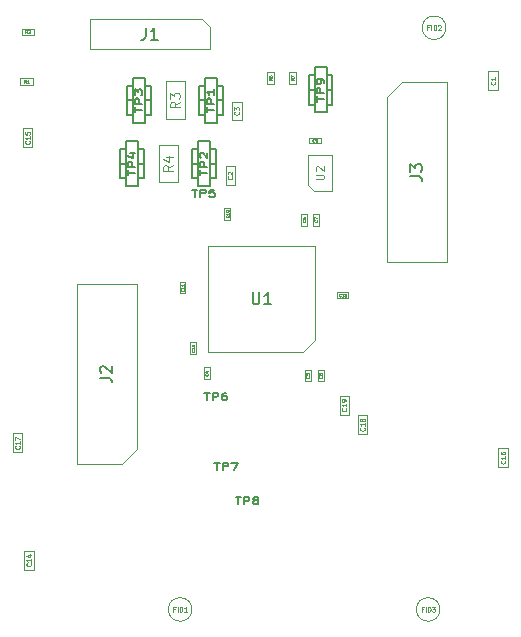
<source format=gbr>
%TF.GenerationSoftware,KiCad,Pcbnew,8.0.8-8.0.8-0~ubuntu22.04.1*%
%TF.CreationDate,2025-02-25T18:12:58-05:00*%
%TF.ProjectId,breakout-qfn,62726561-6b6f-4757-942d-71666e2e6b69,2.0*%
%TF.SameCoordinates,PX2b64660PY42c1d80*%
%TF.FileFunction,AssemblyDrawing,Top*%
%FSLAX46Y46*%
G04 Gerber Fmt 4.6, Leading zero omitted, Abs format (unit mm)*
G04 Created by KiCad (PCBNEW 8.0.8-8.0.8-0~ubuntu22.04.1) date 2025-02-25 18:12:58*
%MOMM*%
%LPD*%
G01*
G04 APERTURE LIST*
%ADD10C,0.040000*%
%ADD11C,0.135000*%
%ADD12C,0.150000*%
%ADD13C,0.060000*%
%ADD14C,0.105000*%
%ADD15C,0.120000*%
%ADD16C,0.100000*%
G04 APERTURE END LIST*
D10*
X74389765Y-48741666D02*
X74401670Y-48753570D01*
X74401670Y-48753570D02*
X74413574Y-48789285D01*
X74413574Y-48789285D02*
X74413574Y-48813094D01*
X74413574Y-48813094D02*
X74401670Y-48848808D01*
X74401670Y-48848808D02*
X74377860Y-48872618D01*
X74377860Y-48872618D02*
X74354050Y-48884523D01*
X74354050Y-48884523D02*
X74306431Y-48896427D01*
X74306431Y-48896427D02*
X74270717Y-48896427D01*
X74270717Y-48896427D02*
X74223098Y-48884523D01*
X74223098Y-48884523D02*
X74199289Y-48872618D01*
X74199289Y-48872618D02*
X74175479Y-48848808D01*
X74175479Y-48848808D02*
X74163574Y-48813094D01*
X74163574Y-48813094D02*
X74163574Y-48789285D01*
X74163574Y-48789285D02*
X74175479Y-48753570D01*
X74175479Y-48753570D02*
X74187384Y-48741666D01*
X74163574Y-48515475D02*
X74163574Y-48634523D01*
X74163574Y-48634523D02*
X74282622Y-48646427D01*
X74282622Y-48646427D02*
X74270717Y-48634523D01*
X74270717Y-48634523D02*
X74258812Y-48610713D01*
X74258812Y-48610713D02*
X74258812Y-48551189D01*
X74258812Y-48551189D02*
X74270717Y-48527380D01*
X74270717Y-48527380D02*
X74282622Y-48515475D01*
X74282622Y-48515475D02*
X74306431Y-48503570D01*
X74306431Y-48503570D02*
X74365955Y-48503570D01*
X74365955Y-48503570D02*
X74389765Y-48515475D01*
X74389765Y-48515475D02*
X74401670Y-48527380D01*
X74401670Y-48527380D02*
X74413574Y-48551189D01*
X74413574Y-48551189D02*
X74413574Y-48610713D01*
X74413574Y-48610713D02*
X74401670Y-48634523D01*
X74401670Y-48634523D02*
X74389765Y-48646427D01*
X65839765Y-48541666D02*
X65851670Y-48553570D01*
X65851670Y-48553570D02*
X65863574Y-48589285D01*
X65863574Y-48589285D02*
X65863574Y-48613094D01*
X65863574Y-48613094D02*
X65851670Y-48648808D01*
X65851670Y-48648808D02*
X65827860Y-48672618D01*
X65827860Y-48672618D02*
X65804050Y-48684523D01*
X65804050Y-48684523D02*
X65756431Y-48696427D01*
X65756431Y-48696427D02*
X65720717Y-48696427D01*
X65720717Y-48696427D02*
X65673098Y-48684523D01*
X65673098Y-48684523D02*
X65649289Y-48672618D01*
X65649289Y-48672618D02*
X65625479Y-48648808D01*
X65625479Y-48648808D02*
X65613574Y-48613094D01*
X65613574Y-48613094D02*
X65613574Y-48589285D01*
X65613574Y-48589285D02*
X65625479Y-48553570D01*
X65625479Y-48553570D02*
X65637384Y-48541666D01*
X65696908Y-48327380D02*
X65863574Y-48327380D01*
X65601670Y-48386904D02*
X65780241Y-48446427D01*
X65780241Y-48446427D02*
X65780241Y-48291666D01*
X75489765Y-48741666D02*
X75501670Y-48753570D01*
X75501670Y-48753570D02*
X75513574Y-48789285D01*
X75513574Y-48789285D02*
X75513574Y-48813094D01*
X75513574Y-48813094D02*
X75501670Y-48848808D01*
X75501670Y-48848808D02*
X75477860Y-48872618D01*
X75477860Y-48872618D02*
X75454050Y-48884523D01*
X75454050Y-48884523D02*
X75406431Y-48896427D01*
X75406431Y-48896427D02*
X75370717Y-48896427D01*
X75370717Y-48896427D02*
X75323098Y-48884523D01*
X75323098Y-48884523D02*
X75299289Y-48872618D01*
X75299289Y-48872618D02*
X75275479Y-48848808D01*
X75275479Y-48848808D02*
X75263574Y-48813094D01*
X75263574Y-48813094D02*
X75263574Y-48789285D01*
X75263574Y-48789285D02*
X75275479Y-48753570D01*
X75275479Y-48753570D02*
X75287384Y-48741666D01*
X75370717Y-48598808D02*
X75358812Y-48622618D01*
X75358812Y-48622618D02*
X75346908Y-48634523D01*
X75346908Y-48634523D02*
X75323098Y-48646427D01*
X75323098Y-48646427D02*
X75311193Y-48646427D01*
X75311193Y-48646427D02*
X75287384Y-48634523D01*
X75287384Y-48634523D02*
X75275479Y-48622618D01*
X75275479Y-48622618D02*
X75263574Y-48598808D01*
X75263574Y-48598808D02*
X75263574Y-48551189D01*
X75263574Y-48551189D02*
X75275479Y-48527380D01*
X75275479Y-48527380D02*
X75287384Y-48515475D01*
X75287384Y-48515475D02*
X75311193Y-48503570D01*
X75311193Y-48503570D02*
X75323098Y-48503570D01*
X75323098Y-48503570D02*
X75346908Y-48515475D01*
X75346908Y-48515475D02*
X75358812Y-48527380D01*
X75358812Y-48527380D02*
X75370717Y-48551189D01*
X75370717Y-48551189D02*
X75370717Y-48598808D01*
X75370717Y-48598808D02*
X75382622Y-48622618D01*
X75382622Y-48622618D02*
X75394527Y-48634523D01*
X75394527Y-48634523D02*
X75418336Y-48646427D01*
X75418336Y-48646427D02*
X75465955Y-48646427D01*
X75465955Y-48646427D02*
X75489765Y-48634523D01*
X75489765Y-48634523D02*
X75501670Y-48622618D01*
X75501670Y-48622618D02*
X75513574Y-48598808D01*
X75513574Y-48598808D02*
X75513574Y-48551189D01*
X75513574Y-48551189D02*
X75501670Y-48527380D01*
X75501670Y-48527380D02*
X75489765Y-48515475D01*
X75489765Y-48515475D02*
X75465955Y-48503570D01*
X75465955Y-48503570D02*
X75418336Y-48503570D01*
X75418336Y-48503570D02*
X75394527Y-48515475D01*
X75394527Y-48515475D02*
X75382622Y-48527380D01*
X75382622Y-48527380D02*
X75370717Y-48551189D01*
X74089765Y-35541666D02*
X74101670Y-35553570D01*
X74101670Y-35553570D02*
X74113574Y-35589285D01*
X74113574Y-35589285D02*
X74113574Y-35613094D01*
X74113574Y-35613094D02*
X74101670Y-35648808D01*
X74101670Y-35648808D02*
X74077860Y-35672618D01*
X74077860Y-35672618D02*
X74054050Y-35684523D01*
X74054050Y-35684523D02*
X74006431Y-35696427D01*
X74006431Y-35696427D02*
X73970717Y-35696427D01*
X73970717Y-35696427D02*
X73923098Y-35684523D01*
X73923098Y-35684523D02*
X73899289Y-35672618D01*
X73899289Y-35672618D02*
X73875479Y-35648808D01*
X73875479Y-35648808D02*
X73863574Y-35613094D01*
X73863574Y-35613094D02*
X73863574Y-35589285D01*
X73863574Y-35589285D02*
X73875479Y-35553570D01*
X73875479Y-35553570D02*
X73887384Y-35541666D01*
X73863574Y-35327380D02*
X73863574Y-35374999D01*
X73863574Y-35374999D02*
X73875479Y-35398808D01*
X73875479Y-35398808D02*
X73887384Y-35410713D01*
X73887384Y-35410713D02*
X73923098Y-35434523D01*
X73923098Y-35434523D02*
X73970717Y-35446427D01*
X73970717Y-35446427D02*
X74065955Y-35446427D01*
X74065955Y-35446427D02*
X74089765Y-35434523D01*
X74089765Y-35434523D02*
X74101670Y-35422618D01*
X74101670Y-35422618D02*
X74113574Y-35398808D01*
X74113574Y-35398808D02*
X74113574Y-35351189D01*
X74113574Y-35351189D02*
X74101670Y-35327380D01*
X74101670Y-35327380D02*
X74089765Y-35315475D01*
X74089765Y-35315475D02*
X74065955Y-35303570D01*
X74065955Y-35303570D02*
X74006431Y-35303570D01*
X74006431Y-35303570D02*
X73982622Y-35315475D01*
X73982622Y-35315475D02*
X73970717Y-35327380D01*
X73970717Y-35327380D02*
X73958812Y-35351189D01*
X73958812Y-35351189D02*
X73958812Y-35398808D01*
X73958812Y-35398808D02*
X73970717Y-35422618D01*
X73970717Y-35422618D02*
X73982622Y-35434523D01*
X73982622Y-35434523D02*
X74006431Y-35446427D01*
X67589765Y-35160714D02*
X67601670Y-35172618D01*
X67601670Y-35172618D02*
X67613574Y-35208333D01*
X67613574Y-35208333D02*
X67613574Y-35232142D01*
X67613574Y-35232142D02*
X67601670Y-35267856D01*
X67601670Y-35267856D02*
X67577860Y-35291666D01*
X67577860Y-35291666D02*
X67554050Y-35303571D01*
X67554050Y-35303571D02*
X67506431Y-35315475D01*
X67506431Y-35315475D02*
X67470717Y-35315475D01*
X67470717Y-35315475D02*
X67423098Y-35303571D01*
X67423098Y-35303571D02*
X67399289Y-35291666D01*
X67399289Y-35291666D02*
X67375479Y-35267856D01*
X67375479Y-35267856D02*
X67363574Y-35232142D01*
X67363574Y-35232142D02*
X67363574Y-35208333D01*
X67363574Y-35208333D02*
X67375479Y-35172618D01*
X67375479Y-35172618D02*
X67387384Y-35160714D01*
X67613574Y-34922618D02*
X67613574Y-35065475D01*
X67613574Y-34994047D02*
X67363574Y-34994047D01*
X67363574Y-34994047D02*
X67399289Y-35017856D01*
X67399289Y-35017856D02*
X67423098Y-35041666D01*
X67423098Y-35041666D02*
X67435003Y-35065475D01*
X67363574Y-34767857D02*
X67363574Y-34744047D01*
X67363574Y-34744047D02*
X67375479Y-34720238D01*
X67375479Y-34720238D02*
X67387384Y-34708333D01*
X67387384Y-34708333D02*
X67411193Y-34696428D01*
X67411193Y-34696428D02*
X67458812Y-34684523D01*
X67458812Y-34684523D02*
X67518336Y-34684523D01*
X67518336Y-34684523D02*
X67565955Y-34696428D01*
X67565955Y-34696428D02*
X67589765Y-34708333D01*
X67589765Y-34708333D02*
X67601670Y-34720238D01*
X67601670Y-34720238D02*
X67613574Y-34744047D01*
X67613574Y-34744047D02*
X67613574Y-34767857D01*
X67613574Y-34767857D02*
X67601670Y-34791666D01*
X67601670Y-34791666D02*
X67589765Y-34803571D01*
X67589765Y-34803571D02*
X67565955Y-34815476D01*
X67565955Y-34815476D02*
X67518336Y-34827380D01*
X67518336Y-34827380D02*
X67458812Y-34827380D01*
X67458812Y-34827380D02*
X67411193Y-34815476D01*
X67411193Y-34815476D02*
X67387384Y-34803571D01*
X67387384Y-34803571D02*
X67375479Y-34791666D01*
X67375479Y-34791666D02*
X67363574Y-34767857D01*
X77089285Y-41989765D02*
X77077381Y-42001670D01*
X77077381Y-42001670D02*
X77041666Y-42013574D01*
X77041666Y-42013574D02*
X77017857Y-42013574D01*
X77017857Y-42013574D02*
X76982143Y-42001670D01*
X76982143Y-42001670D02*
X76958333Y-41977860D01*
X76958333Y-41977860D02*
X76946428Y-41954050D01*
X76946428Y-41954050D02*
X76934524Y-41906431D01*
X76934524Y-41906431D02*
X76934524Y-41870717D01*
X76934524Y-41870717D02*
X76946428Y-41823098D01*
X76946428Y-41823098D02*
X76958333Y-41799289D01*
X76958333Y-41799289D02*
X76982143Y-41775479D01*
X76982143Y-41775479D02*
X77017857Y-41763574D01*
X77017857Y-41763574D02*
X77041666Y-41763574D01*
X77041666Y-41763574D02*
X77077381Y-41775479D01*
X77077381Y-41775479D02*
X77089285Y-41787384D01*
X77327381Y-42013574D02*
X77184524Y-42013574D01*
X77255952Y-42013574D02*
X77255952Y-41763574D01*
X77255952Y-41763574D02*
X77232143Y-41799289D01*
X77232143Y-41799289D02*
X77208333Y-41823098D01*
X77208333Y-41823098D02*
X77184524Y-41835003D01*
X77410714Y-41763574D02*
X77565476Y-41763574D01*
X77565476Y-41763574D02*
X77482142Y-41858812D01*
X77482142Y-41858812D02*
X77517857Y-41858812D01*
X77517857Y-41858812D02*
X77541666Y-41870717D01*
X77541666Y-41870717D02*
X77553571Y-41882622D01*
X77553571Y-41882622D02*
X77565476Y-41906431D01*
X77565476Y-41906431D02*
X77565476Y-41965955D01*
X77565476Y-41965955D02*
X77553571Y-41989765D01*
X77553571Y-41989765D02*
X77541666Y-42001670D01*
X77541666Y-42001670D02*
X77517857Y-42013574D01*
X77517857Y-42013574D02*
X77446428Y-42013574D01*
X77446428Y-42013574D02*
X77422619Y-42001670D01*
X77422619Y-42001670D02*
X77410714Y-41989765D01*
D11*
X59670551Y-26409523D02*
X59670551Y-25952380D01*
X60270551Y-26180952D02*
X59670551Y-26180952D01*
X60270551Y-25685713D02*
X59670551Y-25685713D01*
X59670551Y-25685713D02*
X59670551Y-25380951D01*
X59670551Y-25380951D02*
X59699122Y-25304761D01*
X59699122Y-25304761D02*
X59727694Y-25266666D01*
X59727694Y-25266666D02*
X59784837Y-25228570D01*
X59784837Y-25228570D02*
X59870551Y-25228570D01*
X59870551Y-25228570D02*
X59927694Y-25266666D01*
X59927694Y-25266666D02*
X59956265Y-25304761D01*
X59956265Y-25304761D02*
X59984837Y-25380951D01*
X59984837Y-25380951D02*
X59984837Y-25685713D01*
X59670551Y-24961904D02*
X59670551Y-24466666D01*
X59670551Y-24466666D02*
X59899122Y-24733332D01*
X59899122Y-24733332D02*
X59899122Y-24619047D01*
X59899122Y-24619047D02*
X59927694Y-24542856D01*
X59927694Y-24542856D02*
X59956265Y-24504761D01*
X59956265Y-24504761D02*
X60013408Y-24466666D01*
X60013408Y-24466666D02*
X60156265Y-24466666D01*
X60156265Y-24466666D02*
X60213408Y-24504761D01*
X60213408Y-24504761D02*
X60241980Y-24542856D01*
X60241980Y-24542856D02*
X60270551Y-24619047D01*
X60270551Y-24619047D02*
X60270551Y-24847618D01*
X60270551Y-24847618D02*
X60241980Y-24923809D01*
X60241980Y-24923809D02*
X60213408Y-24961904D01*
X65170551Y-31759523D02*
X65170551Y-31302380D01*
X65770551Y-31530952D02*
X65170551Y-31530952D01*
X65770551Y-31035713D02*
X65170551Y-31035713D01*
X65170551Y-31035713D02*
X65170551Y-30730951D01*
X65170551Y-30730951D02*
X65199122Y-30654761D01*
X65199122Y-30654761D02*
X65227694Y-30616666D01*
X65227694Y-30616666D02*
X65284837Y-30578570D01*
X65284837Y-30578570D02*
X65370551Y-30578570D01*
X65370551Y-30578570D02*
X65427694Y-30616666D01*
X65427694Y-30616666D02*
X65456265Y-30654761D01*
X65456265Y-30654761D02*
X65484837Y-30730951D01*
X65484837Y-30730951D02*
X65484837Y-31035713D01*
X65227694Y-30273809D02*
X65199122Y-30235713D01*
X65199122Y-30235713D02*
X65170551Y-30159523D01*
X65170551Y-30159523D02*
X65170551Y-29969047D01*
X65170551Y-29969047D02*
X65199122Y-29892856D01*
X65199122Y-29892856D02*
X65227694Y-29854761D01*
X65227694Y-29854761D02*
X65284837Y-29816666D01*
X65284837Y-29816666D02*
X65341980Y-29816666D01*
X65341980Y-29816666D02*
X65427694Y-29854761D01*
X65427694Y-29854761D02*
X65770551Y-30311904D01*
X65770551Y-30311904D02*
X65770551Y-29816666D01*
D12*
X82974819Y-31813333D02*
X83689104Y-31813333D01*
X83689104Y-31813333D02*
X83831961Y-31860952D01*
X83831961Y-31860952D02*
X83927200Y-31956190D01*
X83927200Y-31956190D02*
X83974819Y-32099047D01*
X83974819Y-32099047D02*
X83974819Y-32194285D01*
X82974819Y-31432380D02*
X82974819Y-30813333D01*
X82974819Y-30813333D02*
X83355771Y-31146666D01*
X83355771Y-31146666D02*
X83355771Y-31003809D01*
X83355771Y-31003809D02*
X83403390Y-30908571D01*
X83403390Y-30908571D02*
X83451009Y-30860952D01*
X83451009Y-30860952D02*
X83546247Y-30813333D01*
X83546247Y-30813333D02*
X83784342Y-30813333D01*
X83784342Y-30813333D02*
X83879580Y-30860952D01*
X83879580Y-30860952D02*
X83927200Y-30908571D01*
X83927200Y-30908571D02*
X83974819Y-31003809D01*
X83974819Y-31003809D02*
X83974819Y-31289523D01*
X83974819Y-31289523D02*
X83927200Y-31384761D01*
X83927200Y-31384761D02*
X83879580Y-31432380D01*
D13*
X77543832Y-51457142D02*
X77562880Y-51476190D01*
X77562880Y-51476190D02*
X77581927Y-51533332D01*
X77581927Y-51533332D02*
X77581927Y-51571428D01*
X77581927Y-51571428D02*
X77562880Y-51628571D01*
X77562880Y-51628571D02*
X77524784Y-51666666D01*
X77524784Y-51666666D02*
X77486689Y-51685713D01*
X77486689Y-51685713D02*
X77410499Y-51704761D01*
X77410499Y-51704761D02*
X77353356Y-51704761D01*
X77353356Y-51704761D02*
X77277165Y-51685713D01*
X77277165Y-51685713D02*
X77239070Y-51666666D01*
X77239070Y-51666666D02*
X77200975Y-51628571D01*
X77200975Y-51628571D02*
X77181927Y-51571428D01*
X77181927Y-51571428D02*
X77181927Y-51533332D01*
X77181927Y-51533332D02*
X77200975Y-51476190D01*
X77200975Y-51476190D02*
X77220022Y-51457142D01*
X77581927Y-51076190D02*
X77581927Y-51304761D01*
X77581927Y-51190475D02*
X77181927Y-51190475D01*
X77181927Y-51190475D02*
X77239070Y-51228571D01*
X77239070Y-51228571D02*
X77277165Y-51266666D01*
X77277165Y-51266666D02*
X77296213Y-51304761D01*
X77581927Y-50885714D02*
X77581927Y-50809523D01*
X77581927Y-50809523D02*
X77562880Y-50771428D01*
X77562880Y-50771428D02*
X77543832Y-50752380D01*
X77543832Y-50752380D02*
X77486689Y-50714285D01*
X77486689Y-50714285D02*
X77410499Y-50695238D01*
X77410499Y-50695238D02*
X77258118Y-50695238D01*
X77258118Y-50695238D02*
X77220022Y-50714285D01*
X77220022Y-50714285D02*
X77200975Y-50733333D01*
X77200975Y-50733333D02*
X77181927Y-50771428D01*
X77181927Y-50771428D02*
X77181927Y-50847619D01*
X77181927Y-50847619D02*
X77200975Y-50885714D01*
X77200975Y-50885714D02*
X77220022Y-50904761D01*
X77220022Y-50904761D02*
X77258118Y-50923809D01*
X77258118Y-50923809D02*
X77353356Y-50923809D01*
X77353356Y-50923809D02*
X77391451Y-50904761D01*
X77391451Y-50904761D02*
X77410499Y-50885714D01*
X77410499Y-50885714D02*
X77429546Y-50847619D01*
X77429546Y-50847619D02*
X77429546Y-50771428D01*
X77429546Y-50771428D02*
X77410499Y-50733333D01*
X77410499Y-50733333D02*
X77391451Y-50714285D01*
X77391451Y-50714285D02*
X77353356Y-50695238D01*
D12*
X56724819Y-48893333D02*
X57439104Y-48893333D01*
X57439104Y-48893333D02*
X57581961Y-48940952D01*
X57581961Y-48940952D02*
X57677200Y-49036190D01*
X57677200Y-49036190D02*
X57724819Y-49179047D01*
X57724819Y-49179047D02*
X57724819Y-49274285D01*
X56820057Y-48464761D02*
X56772438Y-48417142D01*
X56772438Y-48417142D02*
X56724819Y-48321904D01*
X56724819Y-48321904D02*
X56724819Y-48083809D01*
X56724819Y-48083809D02*
X56772438Y-47988571D01*
X56772438Y-47988571D02*
X56820057Y-47940952D01*
X56820057Y-47940952D02*
X56915295Y-47893333D01*
X56915295Y-47893333D02*
X57010533Y-47893333D01*
X57010533Y-47893333D02*
X57153390Y-47940952D01*
X57153390Y-47940952D02*
X57724819Y-48512380D01*
X57724819Y-48512380D02*
X57724819Y-47893333D01*
D10*
X75089765Y-35541666D02*
X75101670Y-35553570D01*
X75101670Y-35553570D02*
X75113574Y-35589285D01*
X75113574Y-35589285D02*
X75113574Y-35613094D01*
X75113574Y-35613094D02*
X75101670Y-35648808D01*
X75101670Y-35648808D02*
X75077860Y-35672618D01*
X75077860Y-35672618D02*
X75054050Y-35684523D01*
X75054050Y-35684523D02*
X75006431Y-35696427D01*
X75006431Y-35696427D02*
X74970717Y-35696427D01*
X74970717Y-35696427D02*
X74923098Y-35684523D01*
X74923098Y-35684523D02*
X74899289Y-35672618D01*
X74899289Y-35672618D02*
X74875479Y-35648808D01*
X74875479Y-35648808D02*
X74863574Y-35613094D01*
X74863574Y-35613094D02*
X74863574Y-35589285D01*
X74863574Y-35589285D02*
X74875479Y-35553570D01*
X74875479Y-35553570D02*
X74887384Y-35541666D01*
X74863574Y-35458332D02*
X74863574Y-35291666D01*
X74863574Y-35291666D02*
X75113574Y-35398808D01*
D12*
X68190476Y-58969771D02*
X68647619Y-58969771D01*
X68419047Y-59569771D02*
X68419047Y-58969771D01*
X68914286Y-59569771D02*
X68914286Y-58969771D01*
X68914286Y-58969771D02*
X69219048Y-58969771D01*
X69219048Y-58969771D02*
X69295238Y-58998342D01*
X69295238Y-58998342D02*
X69333333Y-59026914D01*
X69333333Y-59026914D02*
X69371429Y-59084057D01*
X69371429Y-59084057D02*
X69371429Y-59169771D01*
X69371429Y-59169771D02*
X69333333Y-59226914D01*
X69333333Y-59226914D02*
X69295238Y-59255485D01*
X69295238Y-59255485D02*
X69219048Y-59284057D01*
X69219048Y-59284057D02*
X68914286Y-59284057D01*
X69828571Y-59226914D02*
X69752381Y-59198342D01*
X69752381Y-59198342D02*
X69714286Y-59169771D01*
X69714286Y-59169771D02*
X69676190Y-59112628D01*
X69676190Y-59112628D02*
X69676190Y-59084057D01*
X69676190Y-59084057D02*
X69714286Y-59026914D01*
X69714286Y-59026914D02*
X69752381Y-58998342D01*
X69752381Y-58998342D02*
X69828571Y-58969771D01*
X69828571Y-58969771D02*
X69980952Y-58969771D01*
X69980952Y-58969771D02*
X70057143Y-58998342D01*
X70057143Y-58998342D02*
X70095238Y-59026914D01*
X70095238Y-59026914D02*
X70133333Y-59084057D01*
X70133333Y-59084057D02*
X70133333Y-59112628D01*
X70133333Y-59112628D02*
X70095238Y-59169771D01*
X70095238Y-59169771D02*
X70057143Y-59198342D01*
X70057143Y-59198342D02*
X69980952Y-59226914D01*
X69980952Y-59226914D02*
X69828571Y-59226914D01*
X69828571Y-59226914D02*
X69752381Y-59255485D01*
X69752381Y-59255485D02*
X69714286Y-59284057D01*
X69714286Y-59284057D02*
X69676190Y-59341200D01*
X69676190Y-59341200D02*
X69676190Y-59455485D01*
X69676190Y-59455485D02*
X69714286Y-59512628D01*
X69714286Y-59512628D02*
X69752381Y-59541200D01*
X69752381Y-59541200D02*
X69828571Y-59569771D01*
X69828571Y-59569771D02*
X69980952Y-59569771D01*
X69980952Y-59569771D02*
X70057143Y-59541200D01*
X70057143Y-59541200D02*
X70095238Y-59512628D01*
X70095238Y-59512628D02*
X70133333Y-59455485D01*
X70133333Y-59455485D02*
X70133333Y-59341200D01*
X70133333Y-59341200D02*
X70095238Y-59284057D01*
X70095238Y-59284057D02*
X70057143Y-59255485D01*
X70057143Y-59255485D02*
X69980952Y-59226914D01*
D10*
X50456667Y-23918200D02*
X50370000Y-23794391D01*
X50308095Y-23918200D02*
X50308095Y-23658200D01*
X50308095Y-23658200D02*
X50407143Y-23658200D01*
X50407143Y-23658200D02*
X50431905Y-23670581D01*
X50431905Y-23670581D02*
X50444286Y-23682962D01*
X50444286Y-23682962D02*
X50456667Y-23707724D01*
X50456667Y-23707724D02*
X50456667Y-23744867D01*
X50456667Y-23744867D02*
X50444286Y-23769629D01*
X50444286Y-23769629D02*
X50431905Y-23782010D01*
X50431905Y-23782010D02*
X50407143Y-23794391D01*
X50407143Y-23794391D02*
X50308095Y-23794391D01*
X50704286Y-23918200D02*
X50555714Y-23918200D01*
X50630000Y-23918200D02*
X50630000Y-23658200D01*
X50630000Y-23658200D02*
X50605238Y-23695343D01*
X50605238Y-23695343D02*
X50580476Y-23720105D01*
X50580476Y-23720105D02*
X50555714Y-23732486D01*
D13*
X84571429Y-19222403D02*
X84438096Y-19222403D01*
X84438096Y-19431927D02*
X84438096Y-19031927D01*
X84438096Y-19031927D02*
X84628572Y-19031927D01*
X84780953Y-19431927D02*
X84780953Y-19031927D01*
X84971429Y-19431927D02*
X84971429Y-19031927D01*
X84971429Y-19031927D02*
X85066667Y-19031927D01*
X85066667Y-19031927D02*
X85123810Y-19050975D01*
X85123810Y-19050975D02*
X85161905Y-19089070D01*
X85161905Y-19089070D02*
X85180952Y-19127165D01*
X85180952Y-19127165D02*
X85200000Y-19203356D01*
X85200000Y-19203356D02*
X85200000Y-19260499D01*
X85200000Y-19260499D02*
X85180952Y-19336689D01*
X85180952Y-19336689D02*
X85161905Y-19374784D01*
X85161905Y-19374784D02*
X85123810Y-19412880D01*
X85123810Y-19412880D02*
X85066667Y-19431927D01*
X85066667Y-19431927D02*
X84971429Y-19431927D01*
X85352381Y-19070022D02*
X85371429Y-19050975D01*
X85371429Y-19050975D02*
X85409524Y-19031927D01*
X85409524Y-19031927D02*
X85504762Y-19031927D01*
X85504762Y-19031927D02*
X85542857Y-19050975D01*
X85542857Y-19050975D02*
X85561905Y-19070022D01*
X85561905Y-19070022D02*
X85580952Y-19108118D01*
X85580952Y-19108118D02*
X85580952Y-19146213D01*
X85580952Y-19146213D02*
X85561905Y-19203356D01*
X85561905Y-19203356D02*
X85333333Y-19431927D01*
X85333333Y-19431927D02*
X85580952Y-19431927D01*
X50843832Y-64607142D02*
X50862880Y-64626190D01*
X50862880Y-64626190D02*
X50881927Y-64683332D01*
X50881927Y-64683332D02*
X50881927Y-64721428D01*
X50881927Y-64721428D02*
X50862880Y-64778571D01*
X50862880Y-64778571D02*
X50824784Y-64816666D01*
X50824784Y-64816666D02*
X50786689Y-64835713D01*
X50786689Y-64835713D02*
X50710499Y-64854761D01*
X50710499Y-64854761D02*
X50653356Y-64854761D01*
X50653356Y-64854761D02*
X50577165Y-64835713D01*
X50577165Y-64835713D02*
X50539070Y-64816666D01*
X50539070Y-64816666D02*
X50500975Y-64778571D01*
X50500975Y-64778571D02*
X50481927Y-64721428D01*
X50481927Y-64721428D02*
X50481927Y-64683332D01*
X50481927Y-64683332D02*
X50500975Y-64626190D01*
X50500975Y-64626190D02*
X50520022Y-64607142D01*
X50881927Y-64226190D02*
X50881927Y-64454761D01*
X50881927Y-64340475D02*
X50481927Y-64340475D01*
X50481927Y-64340475D02*
X50539070Y-64378571D01*
X50539070Y-64378571D02*
X50577165Y-64416666D01*
X50577165Y-64416666D02*
X50596213Y-64454761D01*
X50615260Y-63883333D02*
X50881927Y-63883333D01*
X50462880Y-63978571D02*
X50748594Y-64073809D01*
X50748594Y-64073809D02*
X50748594Y-63826190D01*
X67893832Y-31816666D02*
X67912880Y-31835714D01*
X67912880Y-31835714D02*
X67931927Y-31892856D01*
X67931927Y-31892856D02*
X67931927Y-31930952D01*
X67931927Y-31930952D02*
X67912880Y-31988095D01*
X67912880Y-31988095D02*
X67874784Y-32026190D01*
X67874784Y-32026190D02*
X67836689Y-32045237D01*
X67836689Y-32045237D02*
X67760499Y-32064285D01*
X67760499Y-32064285D02*
X67703356Y-32064285D01*
X67703356Y-32064285D02*
X67627165Y-32045237D01*
X67627165Y-32045237D02*
X67589070Y-32026190D01*
X67589070Y-32026190D02*
X67550975Y-31988095D01*
X67550975Y-31988095D02*
X67531927Y-31930952D01*
X67531927Y-31930952D02*
X67531927Y-31892856D01*
X67531927Y-31892856D02*
X67550975Y-31835714D01*
X67550975Y-31835714D02*
X67570022Y-31816666D01*
X67570022Y-31664285D02*
X67550975Y-31645237D01*
X67550975Y-31645237D02*
X67531927Y-31607142D01*
X67531927Y-31607142D02*
X67531927Y-31511904D01*
X67531927Y-31511904D02*
X67550975Y-31473809D01*
X67550975Y-31473809D02*
X67570022Y-31454761D01*
X67570022Y-31454761D02*
X67608118Y-31435714D01*
X67608118Y-31435714D02*
X67646213Y-31435714D01*
X67646213Y-31435714D02*
X67703356Y-31454761D01*
X67703356Y-31454761D02*
X67931927Y-31683333D01*
X67931927Y-31683333D02*
X67931927Y-31435714D01*
D12*
X69638095Y-41654819D02*
X69638095Y-42464342D01*
X69638095Y-42464342D02*
X69685714Y-42559580D01*
X69685714Y-42559580D02*
X69733333Y-42607200D01*
X69733333Y-42607200D02*
X69828571Y-42654819D01*
X69828571Y-42654819D02*
X70019047Y-42654819D01*
X70019047Y-42654819D02*
X70114285Y-42607200D01*
X70114285Y-42607200D02*
X70161904Y-42559580D01*
X70161904Y-42559580D02*
X70209523Y-42464342D01*
X70209523Y-42464342D02*
X70209523Y-41654819D01*
X71209523Y-42654819D02*
X70638095Y-42654819D01*
X70923809Y-42654819D02*
X70923809Y-41654819D01*
X70923809Y-41654819D02*
X70828571Y-41797676D01*
X70828571Y-41797676D02*
X70733333Y-41892914D01*
X70733333Y-41892914D02*
X70638095Y-41940533D01*
X66390476Y-56069771D02*
X66847619Y-56069771D01*
X66619047Y-56669771D02*
X66619047Y-56069771D01*
X67114286Y-56669771D02*
X67114286Y-56069771D01*
X67114286Y-56069771D02*
X67419048Y-56069771D01*
X67419048Y-56069771D02*
X67495238Y-56098342D01*
X67495238Y-56098342D02*
X67533333Y-56126914D01*
X67533333Y-56126914D02*
X67571429Y-56184057D01*
X67571429Y-56184057D02*
X67571429Y-56269771D01*
X67571429Y-56269771D02*
X67533333Y-56326914D01*
X67533333Y-56326914D02*
X67495238Y-56355485D01*
X67495238Y-56355485D02*
X67419048Y-56384057D01*
X67419048Y-56384057D02*
X67114286Y-56384057D01*
X67838095Y-56069771D02*
X68371429Y-56069771D01*
X68371429Y-56069771D02*
X68028571Y-56669771D01*
D14*
X74968373Y-32083333D02*
X75535040Y-32083333D01*
X75535040Y-32083333D02*
X75601706Y-32050000D01*
X75601706Y-32050000D02*
X75635040Y-32016666D01*
X75635040Y-32016666D02*
X75668373Y-31950000D01*
X75668373Y-31950000D02*
X75668373Y-31816666D01*
X75668373Y-31816666D02*
X75635040Y-31750000D01*
X75635040Y-31750000D02*
X75601706Y-31716666D01*
X75601706Y-31716666D02*
X75535040Y-31683333D01*
X75535040Y-31683333D02*
X74968373Y-31683333D01*
X75035040Y-31383333D02*
X75001706Y-31350000D01*
X75001706Y-31350000D02*
X74968373Y-31283333D01*
X74968373Y-31283333D02*
X74968373Y-31116667D01*
X74968373Y-31116667D02*
X75001706Y-31050000D01*
X75001706Y-31050000D02*
X75035040Y-31016667D01*
X75035040Y-31016667D02*
X75101706Y-30983333D01*
X75101706Y-30983333D02*
X75168373Y-30983333D01*
X75168373Y-30983333D02*
X75268373Y-31016667D01*
X75268373Y-31016667D02*
X75668373Y-31416667D01*
X75668373Y-31416667D02*
X75668373Y-30983333D01*
D13*
X63071429Y-68472403D02*
X62938096Y-68472403D01*
X62938096Y-68681927D02*
X62938096Y-68281927D01*
X62938096Y-68281927D02*
X63128572Y-68281927D01*
X63280953Y-68681927D02*
X63280953Y-68281927D01*
X63471429Y-68681927D02*
X63471429Y-68281927D01*
X63471429Y-68281927D02*
X63566667Y-68281927D01*
X63566667Y-68281927D02*
X63623810Y-68300975D01*
X63623810Y-68300975D02*
X63661905Y-68339070D01*
X63661905Y-68339070D02*
X63680952Y-68377165D01*
X63680952Y-68377165D02*
X63700000Y-68453356D01*
X63700000Y-68453356D02*
X63700000Y-68510499D01*
X63700000Y-68510499D02*
X63680952Y-68586689D01*
X63680952Y-68586689D02*
X63661905Y-68624784D01*
X63661905Y-68624784D02*
X63623810Y-68662880D01*
X63623810Y-68662880D02*
X63566667Y-68681927D01*
X63566667Y-68681927D02*
X63471429Y-68681927D01*
X64080952Y-68681927D02*
X63852381Y-68681927D01*
X63966667Y-68681927D02*
X63966667Y-68281927D01*
X63966667Y-68281927D02*
X63928571Y-68339070D01*
X63928571Y-68339070D02*
X63890476Y-68377165D01*
X63890476Y-68377165D02*
X63852381Y-68396213D01*
D15*
X63463855Y-25533332D02*
X63082902Y-25799999D01*
X63463855Y-25990475D02*
X62663855Y-25990475D01*
X62663855Y-25990475D02*
X62663855Y-25685713D01*
X62663855Y-25685713D02*
X62701950Y-25609523D01*
X62701950Y-25609523D02*
X62740045Y-25571428D01*
X62740045Y-25571428D02*
X62816236Y-25533332D01*
X62816236Y-25533332D02*
X62930521Y-25533332D01*
X62930521Y-25533332D02*
X63006712Y-25571428D01*
X63006712Y-25571428D02*
X63044807Y-25609523D01*
X63044807Y-25609523D02*
X63082902Y-25685713D01*
X63082902Y-25685713D02*
X63082902Y-25990475D01*
X62663855Y-25266666D02*
X62663855Y-24771428D01*
X62663855Y-24771428D02*
X62968617Y-25038094D01*
X62968617Y-25038094D02*
X62968617Y-24923809D01*
X62968617Y-24923809D02*
X63006712Y-24847618D01*
X63006712Y-24847618D02*
X63044807Y-24809523D01*
X63044807Y-24809523D02*
X63120998Y-24771428D01*
X63120998Y-24771428D02*
X63311474Y-24771428D01*
X63311474Y-24771428D02*
X63387664Y-24809523D01*
X63387664Y-24809523D02*
X63425760Y-24847618D01*
X63425760Y-24847618D02*
X63463855Y-24923809D01*
X63463855Y-24923809D02*
X63463855Y-25152380D01*
X63463855Y-25152380D02*
X63425760Y-25228571D01*
X63425760Y-25228571D02*
X63387664Y-25266666D01*
D10*
X63789765Y-41410714D02*
X63801670Y-41422618D01*
X63801670Y-41422618D02*
X63813574Y-41458333D01*
X63813574Y-41458333D02*
X63813574Y-41482142D01*
X63813574Y-41482142D02*
X63801670Y-41517856D01*
X63801670Y-41517856D02*
X63777860Y-41541666D01*
X63777860Y-41541666D02*
X63754050Y-41553571D01*
X63754050Y-41553571D02*
X63706431Y-41565475D01*
X63706431Y-41565475D02*
X63670717Y-41565475D01*
X63670717Y-41565475D02*
X63623098Y-41553571D01*
X63623098Y-41553571D02*
X63599289Y-41541666D01*
X63599289Y-41541666D02*
X63575479Y-41517856D01*
X63575479Y-41517856D02*
X63563574Y-41482142D01*
X63563574Y-41482142D02*
X63563574Y-41458333D01*
X63563574Y-41458333D02*
X63575479Y-41422618D01*
X63575479Y-41422618D02*
X63587384Y-41410714D01*
X63813574Y-41172618D02*
X63813574Y-41315475D01*
X63813574Y-41244047D02*
X63563574Y-41244047D01*
X63563574Y-41244047D02*
X63599289Y-41267856D01*
X63599289Y-41267856D02*
X63623098Y-41291666D01*
X63623098Y-41291666D02*
X63635003Y-41315475D01*
X63813574Y-40934523D02*
X63813574Y-41077380D01*
X63813574Y-41005952D02*
X63563574Y-41005952D01*
X63563574Y-41005952D02*
X63599289Y-41029761D01*
X63599289Y-41029761D02*
X63623098Y-41053571D01*
X63623098Y-41053571D02*
X63635003Y-41077380D01*
D13*
X49893832Y-54657142D02*
X49912880Y-54676190D01*
X49912880Y-54676190D02*
X49931927Y-54733332D01*
X49931927Y-54733332D02*
X49931927Y-54771428D01*
X49931927Y-54771428D02*
X49912880Y-54828571D01*
X49912880Y-54828571D02*
X49874784Y-54866666D01*
X49874784Y-54866666D02*
X49836689Y-54885713D01*
X49836689Y-54885713D02*
X49760499Y-54904761D01*
X49760499Y-54904761D02*
X49703356Y-54904761D01*
X49703356Y-54904761D02*
X49627165Y-54885713D01*
X49627165Y-54885713D02*
X49589070Y-54866666D01*
X49589070Y-54866666D02*
X49550975Y-54828571D01*
X49550975Y-54828571D02*
X49531927Y-54771428D01*
X49531927Y-54771428D02*
X49531927Y-54733332D01*
X49531927Y-54733332D02*
X49550975Y-54676190D01*
X49550975Y-54676190D02*
X49570022Y-54657142D01*
X49931927Y-54276190D02*
X49931927Y-54504761D01*
X49931927Y-54390475D02*
X49531927Y-54390475D01*
X49531927Y-54390475D02*
X49589070Y-54428571D01*
X49589070Y-54428571D02*
X49627165Y-54466666D01*
X49627165Y-54466666D02*
X49646213Y-54504761D01*
X49531927Y-54142857D02*
X49531927Y-53876190D01*
X49531927Y-53876190D02*
X49931927Y-54047619D01*
D10*
X64689765Y-46560714D02*
X64701670Y-46572618D01*
X64701670Y-46572618D02*
X64713574Y-46608333D01*
X64713574Y-46608333D02*
X64713574Y-46632142D01*
X64713574Y-46632142D02*
X64701670Y-46667856D01*
X64701670Y-46667856D02*
X64677860Y-46691666D01*
X64677860Y-46691666D02*
X64654050Y-46703571D01*
X64654050Y-46703571D02*
X64606431Y-46715475D01*
X64606431Y-46715475D02*
X64570717Y-46715475D01*
X64570717Y-46715475D02*
X64523098Y-46703571D01*
X64523098Y-46703571D02*
X64499289Y-46691666D01*
X64499289Y-46691666D02*
X64475479Y-46667856D01*
X64475479Y-46667856D02*
X64463574Y-46632142D01*
X64463574Y-46632142D02*
X64463574Y-46608333D01*
X64463574Y-46608333D02*
X64475479Y-46572618D01*
X64475479Y-46572618D02*
X64487384Y-46560714D01*
X64713574Y-46322618D02*
X64713574Y-46465475D01*
X64713574Y-46394047D02*
X64463574Y-46394047D01*
X64463574Y-46394047D02*
X64499289Y-46417856D01*
X64499289Y-46417856D02*
X64523098Y-46441666D01*
X64523098Y-46441666D02*
X64535003Y-46465475D01*
X64487384Y-46227380D02*
X64475479Y-46215476D01*
X64475479Y-46215476D02*
X64463574Y-46191666D01*
X64463574Y-46191666D02*
X64463574Y-46132142D01*
X64463574Y-46132142D02*
X64475479Y-46108333D01*
X64475479Y-46108333D02*
X64487384Y-46096428D01*
X64487384Y-46096428D02*
X64511193Y-46084523D01*
X64511193Y-46084523D02*
X64535003Y-46084523D01*
X64535003Y-46084523D02*
X64570717Y-46096428D01*
X64570717Y-46096428D02*
X64713574Y-46239285D01*
X64713574Y-46239285D02*
X64713574Y-46084523D01*
D13*
X68443832Y-26366666D02*
X68462880Y-26385714D01*
X68462880Y-26385714D02*
X68481927Y-26442856D01*
X68481927Y-26442856D02*
X68481927Y-26480952D01*
X68481927Y-26480952D02*
X68462880Y-26538095D01*
X68462880Y-26538095D02*
X68424784Y-26576190D01*
X68424784Y-26576190D02*
X68386689Y-26595237D01*
X68386689Y-26595237D02*
X68310499Y-26614285D01*
X68310499Y-26614285D02*
X68253356Y-26614285D01*
X68253356Y-26614285D02*
X68177165Y-26595237D01*
X68177165Y-26595237D02*
X68139070Y-26576190D01*
X68139070Y-26576190D02*
X68100975Y-26538095D01*
X68100975Y-26538095D02*
X68081927Y-26480952D01*
X68081927Y-26480952D02*
X68081927Y-26442856D01*
X68081927Y-26442856D02*
X68100975Y-26385714D01*
X68100975Y-26385714D02*
X68120022Y-26366666D01*
X68081927Y-26233333D02*
X68081927Y-25985714D01*
X68081927Y-25985714D02*
X68234308Y-26119047D01*
X68234308Y-26119047D02*
X68234308Y-26061904D01*
X68234308Y-26061904D02*
X68253356Y-26023809D01*
X68253356Y-26023809D02*
X68272403Y-26004761D01*
X68272403Y-26004761D02*
X68310499Y-25985714D01*
X68310499Y-25985714D02*
X68405737Y-25985714D01*
X68405737Y-25985714D02*
X68443832Y-26004761D01*
X68443832Y-26004761D02*
X68462880Y-26023809D01*
X68462880Y-26023809D02*
X68481927Y-26061904D01*
X68481927Y-26061904D02*
X68481927Y-26176190D01*
X68481927Y-26176190D02*
X68462880Y-26214285D01*
X68462880Y-26214285D02*
X68443832Y-26233333D01*
X90993832Y-55907142D02*
X91012880Y-55926190D01*
X91012880Y-55926190D02*
X91031927Y-55983332D01*
X91031927Y-55983332D02*
X91031927Y-56021428D01*
X91031927Y-56021428D02*
X91012880Y-56078571D01*
X91012880Y-56078571D02*
X90974784Y-56116666D01*
X90974784Y-56116666D02*
X90936689Y-56135713D01*
X90936689Y-56135713D02*
X90860499Y-56154761D01*
X90860499Y-56154761D02*
X90803356Y-56154761D01*
X90803356Y-56154761D02*
X90727165Y-56135713D01*
X90727165Y-56135713D02*
X90689070Y-56116666D01*
X90689070Y-56116666D02*
X90650975Y-56078571D01*
X90650975Y-56078571D02*
X90631927Y-56021428D01*
X90631927Y-56021428D02*
X90631927Y-55983332D01*
X90631927Y-55983332D02*
X90650975Y-55926190D01*
X90650975Y-55926190D02*
X90670022Y-55907142D01*
X91031927Y-55526190D02*
X91031927Y-55754761D01*
X91031927Y-55640475D02*
X90631927Y-55640475D01*
X90631927Y-55640475D02*
X90689070Y-55678571D01*
X90689070Y-55678571D02*
X90727165Y-55716666D01*
X90727165Y-55716666D02*
X90746213Y-55754761D01*
X90631927Y-55183333D02*
X90631927Y-55259523D01*
X90631927Y-55259523D02*
X90650975Y-55297619D01*
X90650975Y-55297619D02*
X90670022Y-55316666D01*
X90670022Y-55316666D02*
X90727165Y-55354761D01*
X90727165Y-55354761D02*
X90803356Y-55373809D01*
X90803356Y-55373809D02*
X90955737Y-55373809D01*
X90955737Y-55373809D02*
X90993832Y-55354761D01*
X90993832Y-55354761D02*
X91012880Y-55335714D01*
X91012880Y-55335714D02*
X91031927Y-55297619D01*
X91031927Y-55297619D02*
X91031927Y-55221428D01*
X91031927Y-55221428D02*
X91012880Y-55183333D01*
X91012880Y-55183333D02*
X90993832Y-55164285D01*
X90993832Y-55164285D02*
X90955737Y-55145238D01*
X90955737Y-55145238D02*
X90860499Y-55145238D01*
X90860499Y-55145238D02*
X90822403Y-55164285D01*
X90822403Y-55164285D02*
X90803356Y-55183333D01*
X90803356Y-55183333D02*
X90784308Y-55221428D01*
X90784308Y-55221428D02*
X90784308Y-55297619D01*
X90784308Y-55297619D02*
X90803356Y-55335714D01*
X90803356Y-55335714D02*
X90822403Y-55354761D01*
X90822403Y-55354761D02*
X90860499Y-55373809D01*
D12*
X65540476Y-50169771D02*
X65997619Y-50169771D01*
X65769047Y-50769771D02*
X65769047Y-50169771D01*
X66264286Y-50769771D02*
X66264286Y-50169771D01*
X66264286Y-50169771D02*
X66569048Y-50169771D01*
X66569048Y-50169771D02*
X66645238Y-50198342D01*
X66645238Y-50198342D02*
X66683333Y-50226914D01*
X66683333Y-50226914D02*
X66721429Y-50284057D01*
X66721429Y-50284057D02*
X66721429Y-50369771D01*
X66721429Y-50369771D02*
X66683333Y-50426914D01*
X66683333Y-50426914D02*
X66645238Y-50455485D01*
X66645238Y-50455485D02*
X66569048Y-50484057D01*
X66569048Y-50484057D02*
X66264286Y-50484057D01*
X67407143Y-50169771D02*
X67254762Y-50169771D01*
X67254762Y-50169771D02*
X67178571Y-50198342D01*
X67178571Y-50198342D02*
X67140476Y-50226914D01*
X67140476Y-50226914D02*
X67064286Y-50312628D01*
X67064286Y-50312628D02*
X67026190Y-50426914D01*
X67026190Y-50426914D02*
X67026190Y-50655485D01*
X67026190Y-50655485D02*
X67064286Y-50712628D01*
X67064286Y-50712628D02*
X67102381Y-50741200D01*
X67102381Y-50741200D02*
X67178571Y-50769771D01*
X67178571Y-50769771D02*
X67330952Y-50769771D01*
X67330952Y-50769771D02*
X67407143Y-50741200D01*
X67407143Y-50741200D02*
X67445238Y-50712628D01*
X67445238Y-50712628D02*
X67483333Y-50655485D01*
X67483333Y-50655485D02*
X67483333Y-50512628D01*
X67483333Y-50512628D02*
X67445238Y-50455485D01*
X67445238Y-50455485D02*
X67407143Y-50426914D01*
X67407143Y-50426914D02*
X67330952Y-50398342D01*
X67330952Y-50398342D02*
X67178571Y-50398342D01*
X67178571Y-50398342D02*
X67102381Y-50426914D01*
X67102381Y-50426914D02*
X67064286Y-50455485D01*
X67064286Y-50455485D02*
X67026190Y-50512628D01*
D11*
X59070551Y-31759523D02*
X59070551Y-31302380D01*
X59670551Y-31530952D02*
X59070551Y-31530952D01*
X59670551Y-31035713D02*
X59070551Y-31035713D01*
X59070551Y-31035713D02*
X59070551Y-30730951D01*
X59070551Y-30730951D02*
X59099122Y-30654761D01*
X59099122Y-30654761D02*
X59127694Y-30616666D01*
X59127694Y-30616666D02*
X59184837Y-30578570D01*
X59184837Y-30578570D02*
X59270551Y-30578570D01*
X59270551Y-30578570D02*
X59327694Y-30616666D01*
X59327694Y-30616666D02*
X59356265Y-30654761D01*
X59356265Y-30654761D02*
X59384837Y-30730951D01*
X59384837Y-30730951D02*
X59384837Y-31035713D01*
X59270551Y-29892856D02*
X59670551Y-29892856D01*
X59041980Y-30083332D02*
X59470551Y-30273809D01*
X59470551Y-30273809D02*
X59470551Y-29778570D01*
D15*
X62863855Y-30883332D02*
X62482902Y-31149999D01*
X62863855Y-31340475D02*
X62063855Y-31340475D01*
X62063855Y-31340475D02*
X62063855Y-31035713D01*
X62063855Y-31035713D02*
X62101950Y-30959523D01*
X62101950Y-30959523D02*
X62140045Y-30921428D01*
X62140045Y-30921428D02*
X62216236Y-30883332D01*
X62216236Y-30883332D02*
X62330521Y-30883332D01*
X62330521Y-30883332D02*
X62406712Y-30921428D01*
X62406712Y-30921428D02*
X62444807Y-30959523D01*
X62444807Y-30959523D02*
X62482902Y-31035713D01*
X62482902Y-31035713D02*
X62482902Y-31340475D01*
X62330521Y-30197618D02*
X62863855Y-30197618D01*
X62025760Y-30388094D02*
X62597188Y-30578571D01*
X62597188Y-30578571D02*
X62597188Y-30083332D01*
D12*
X64490476Y-32969771D02*
X64947619Y-32969771D01*
X64719047Y-33569771D02*
X64719047Y-32969771D01*
X65214286Y-33569771D02*
X65214286Y-32969771D01*
X65214286Y-32969771D02*
X65519048Y-32969771D01*
X65519048Y-32969771D02*
X65595238Y-32998342D01*
X65595238Y-32998342D02*
X65633333Y-33026914D01*
X65633333Y-33026914D02*
X65671429Y-33084057D01*
X65671429Y-33084057D02*
X65671429Y-33169771D01*
X65671429Y-33169771D02*
X65633333Y-33226914D01*
X65633333Y-33226914D02*
X65595238Y-33255485D01*
X65595238Y-33255485D02*
X65519048Y-33284057D01*
X65519048Y-33284057D02*
X65214286Y-33284057D01*
X66395238Y-32969771D02*
X66014286Y-32969771D01*
X66014286Y-32969771D02*
X65976190Y-33255485D01*
X65976190Y-33255485D02*
X66014286Y-33226914D01*
X66014286Y-33226914D02*
X66090476Y-33198342D01*
X66090476Y-33198342D02*
X66280952Y-33198342D01*
X66280952Y-33198342D02*
X66357143Y-33226914D01*
X66357143Y-33226914D02*
X66395238Y-33255485D01*
X66395238Y-33255485D02*
X66433333Y-33312628D01*
X66433333Y-33312628D02*
X66433333Y-33455485D01*
X66433333Y-33455485D02*
X66395238Y-33512628D01*
X66395238Y-33512628D02*
X66357143Y-33541200D01*
X66357143Y-33541200D02*
X66280952Y-33569771D01*
X66280952Y-33569771D02*
X66090476Y-33569771D01*
X66090476Y-33569771D02*
X66014286Y-33541200D01*
X66014286Y-33541200D02*
X65976190Y-33512628D01*
D13*
X84071429Y-68472403D02*
X83938096Y-68472403D01*
X83938096Y-68681927D02*
X83938096Y-68281927D01*
X83938096Y-68281927D02*
X84128572Y-68281927D01*
X84280953Y-68681927D02*
X84280953Y-68281927D01*
X84471429Y-68681927D02*
X84471429Y-68281927D01*
X84471429Y-68281927D02*
X84566667Y-68281927D01*
X84566667Y-68281927D02*
X84623810Y-68300975D01*
X84623810Y-68300975D02*
X84661905Y-68339070D01*
X84661905Y-68339070D02*
X84680952Y-68377165D01*
X84680952Y-68377165D02*
X84700000Y-68453356D01*
X84700000Y-68453356D02*
X84700000Y-68510499D01*
X84700000Y-68510499D02*
X84680952Y-68586689D01*
X84680952Y-68586689D02*
X84661905Y-68624784D01*
X84661905Y-68624784D02*
X84623810Y-68662880D01*
X84623810Y-68662880D02*
X84566667Y-68681927D01*
X84566667Y-68681927D02*
X84471429Y-68681927D01*
X84833333Y-68281927D02*
X85080952Y-68281927D01*
X85080952Y-68281927D02*
X84947619Y-68434308D01*
X84947619Y-68434308D02*
X85004762Y-68434308D01*
X85004762Y-68434308D02*
X85042857Y-68453356D01*
X85042857Y-68453356D02*
X85061905Y-68472403D01*
X85061905Y-68472403D02*
X85080952Y-68510499D01*
X85080952Y-68510499D02*
X85080952Y-68605737D01*
X85080952Y-68605737D02*
X85061905Y-68643832D01*
X85061905Y-68643832D02*
X85042857Y-68662880D01*
X85042857Y-68662880D02*
X85004762Y-68681927D01*
X85004762Y-68681927D02*
X84890476Y-68681927D01*
X84890476Y-68681927D02*
X84852381Y-68662880D01*
X84852381Y-68662880D02*
X84833333Y-68643832D01*
D12*
X60606666Y-19254819D02*
X60606666Y-19969104D01*
X60606666Y-19969104D02*
X60559047Y-20111961D01*
X60559047Y-20111961D02*
X60463809Y-20207200D01*
X60463809Y-20207200D02*
X60320952Y-20254819D01*
X60320952Y-20254819D02*
X60225714Y-20254819D01*
X61606666Y-20254819D02*
X61035238Y-20254819D01*
X61320952Y-20254819D02*
X61320952Y-19254819D01*
X61320952Y-19254819D02*
X61225714Y-19397676D01*
X61225714Y-19397676D02*
X61130476Y-19492914D01*
X61130476Y-19492914D02*
X61035238Y-19540533D01*
D13*
X90143832Y-23816666D02*
X90162880Y-23835714D01*
X90162880Y-23835714D02*
X90181927Y-23892856D01*
X90181927Y-23892856D02*
X90181927Y-23930952D01*
X90181927Y-23930952D02*
X90162880Y-23988095D01*
X90162880Y-23988095D02*
X90124784Y-24026190D01*
X90124784Y-24026190D02*
X90086689Y-24045237D01*
X90086689Y-24045237D02*
X90010499Y-24064285D01*
X90010499Y-24064285D02*
X89953356Y-24064285D01*
X89953356Y-24064285D02*
X89877165Y-24045237D01*
X89877165Y-24045237D02*
X89839070Y-24026190D01*
X89839070Y-24026190D02*
X89800975Y-23988095D01*
X89800975Y-23988095D02*
X89781927Y-23930952D01*
X89781927Y-23930952D02*
X89781927Y-23892856D01*
X89781927Y-23892856D02*
X89800975Y-23835714D01*
X89800975Y-23835714D02*
X89820022Y-23816666D01*
X90181927Y-23435714D02*
X90181927Y-23664285D01*
X90181927Y-23549999D02*
X89781927Y-23549999D01*
X89781927Y-23549999D02*
X89839070Y-23588095D01*
X89839070Y-23588095D02*
X89877165Y-23626190D01*
X89877165Y-23626190D02*
X89896213Y-23664285D01*
D10*
X50556667Y-19718200D02*
X50470000Y-19594391D01*
X50408095Y-19718200D02*
X50408095Y-19458200D01*
X50408095Y-19458200D02*
X50507143Y-19458200D01*
X50507143Y-19458200D02*
X50531905Y-19470581D01*
X50531905Y-19470581D02*
X50544286Y-19482962D01*
X50544286Y-19482962D02*
X50556667Y-19507724D01*
X50556667Y-19507724D02*
X50556667Y-19544867D01*
X50556667Y-19544867D02*
X50544286Y-19569629D01*
X50544286Y-19569629D02*
X50531905Y-19582010D01*
X50531905Y-19582010D02*
X50507143Y-19594391D01*
X50507143Y-19594391D02*
X50408095Y-19594391D01*
X50655714Y-19482962D02*
X50668095Y-19470581D01*
X50668095Y-19470581D02*
X50692857Y-19458200D01*
X50692857Y-19458200D02*
X50754762Y-19458200D01*
X50754762Y-19458200D02*
X50779524Y-19470581D01*
X50779524Y-19470581D02*
X50791905Y-19482962D01*
X50791905Y-19482962D02*
X50804286Y-19507724D01*
X50804286Y-19507724D02*
X50804286Y-19532486D01*
X50804286Y-19532486D02*
X50791905Y-19569629D01*
X50791905Y-19569629D02*
X50643333Y-19718200D01*
X50643333Y-19718200D02*
X50804286Y-19718200D01*
X73118200Y-23543332D02*
X72994391Y-23629999D01*
X73118200Y-23691904D02*
X72858200Y-23691904D01*
X72858200Y-23691904D02*
X72858200Y-23592856D01*
X72858200Y-23592856D02*
X72870581Y-23568094D01*
X72870581Y-23568094D02*
X72882962Y-23555713D01*
X72882962Y-23555713D02*
X72907724Y-23543332D01*
X72907724Y-23543332D02*
X72944867Y-23543332D01*
X72944867Y-23543332D02*
X72969629Y-23555713D01*
X72969629Y-23555713D02*
X72982010Y-23568094D01*
X72982010Y-23568094D02*
X72994391Y-23592856D01*
X72994391Y-23592856D02*
X72994391Y-23691904D01*
X72858200Y-23456666D02*
X72858200Y-23283332D01*
X72858200Y-23283332D02*
X73118200Y-23394761D01*
X71268200Y-23533332D02*
X71144391Y-23619999D01*
X71268200Y-23681904D02*
X71008200Y-23681904D01*
X71008200Y-23681904D02*
X71008200Y-23582856D01*
X71008200Y-23582856D02*
X71020581Y-23558094D01*
X71020581Y-23558094D02*
X71032962Y-23545713D01*
X71032962Y-23545713D02*
X71057724Y-23533332D01*
X71057724Y-23533332D02*
X71094867Y-23533332D01*
X71094867Y-23533332D02*
X71119629Y-23545713D01*
X71119629Y-23545713D02*
X71132010Y-23558094D01*
X71132010Y-23558094D02*
X71144391Y-23582856D01*
X71144391Y-23582856D02*
X71144391Y-23681904D01*
X71008200Y-23310475D02*
X71008200Y-23359999D01*
X71008200Y-23359999D02*
X71020581Y-23384761D01*
X71020581Y-23384761D02*
X71032962Y-23397142D01*
X71032962Y-23397142D02*
X71070105Y-23421904D01*
X71070105Y-23421904D02*
X71119629Y-23434285D01*
X71119629Y-23434285D02*
X71218677Y-23434285D01*
X71218677Y-23434285D02*
X71243439Y-23421904D01*
X71243439Y-23421904D02*
X71255820Y-23409523D01*
X71255820Y-23409523D02*
X71268200Y-23384761D01*
X71268200Y-23384761D02*
X71268200Y-23335237D01*
X71268200Y-23335237D02*
X71255820Y-23310475D01*
X71255820Y-23310475D02*
X71243439Y-23298094D01*
X71243439Y-23298094D02*
X71218677Y-23285713D01*
X71218677Y-23285713D02*
X71156772Y-23285713D01*
X71156772Y-23285713D02*
X71132010Y-23298094D01*
X71132010Y-23298094D02*
X71119629Y-23310475D01*
X71119629Y-23310475D02*
X71107248Y-23335237D01*
X71107248Y-23335237D02*
X71107248Y-23384761D01*
X71107248Y-23384761D02*
X71119629Y-23409523D01*
X71119629Y-23409523D02*
X71132010Y-23421904D01*
X71132010Y-23421904D02*
X71156772Y-23434285D01*
D11*
X75070551Y-25509523D02*
X75070551Y-25052380D01*
X75670551Y-25280952D02*
X75070551Y-25280952D01*
X75670551Y-24785713D02*
X75070551Y-24785713D01*
X75070551Y-24785713D02*
X75070551Y-24480951D01*
X75070551Y-24480951D02*
X75099122Y-24404761D01*
X75099122Y-24404761D02*
X75127694Y-24366666D01*
X75127694Y-24366666D02*
X75184837Y-24328570D01*
X75184837Y-24328570D02*
X75270551Y-24328570D01*
X75270551Y-24328570D02*
X75327694Y-24366666D01*
X75327694Y-24366666D02*
X75356265Y-24404761D01*
X75356265Y-24404761D02*
X75384837Y-24480951D01*
X75384837Y-24480951D02*
X75384837Y-24785713D01*
X75670551Y-23947618D02*
X75670551Y-23795237D01*
X75670551Y-23795237D02*
X75641980Y-23719047D01*
X75641980Y-23719047D02*
X75613408Y-23680951D01*
X75613408Y-23680951D02*
X75527694Y-23604761D01*
X75527694Y-23604761D02*
X75413408Y-23566666D01*
X75413408Y-23566666D02*
X75184837Y-23566666D01*
X75184837Y-23566666D02*
X75127694Y-23604761D01*
X75127694Y-23604761D02*
X75099122Y-23642856D01*
X75099122Y-23642856D02*
X75070551Y-23719047D01*
X75070551Y-23719047D02*
X75070551Y-23871428D01*
X75070551Y-23871428D02*
X75099122Y-23947618D01*
X75099122Y-23947618D02*
X75127694Y-23985713D01*
X75127694Y-23985713D02*
X75184837Y-24023809D01*
X75184837Y-24023809D02*
X75327694Y-24023809D01*
X75327694Y-24023809D02*
X75384837Y-23985713D01*
X75384837Y-23985713D02*
X75413408Y-23947618D01*
X75413408Y-23947618D02*
X75441980Y-23871428D01*
X75441980Y-23871428D02*
X75441980Y-23719047D01*
X75441980Y-23719047D02*
X75413408Y-23642856D01*
X75413408Y-23642856D02*
X75384837Y-23604761D01*
X75384837Y-23604761D02*
X75327694Y-23566666D01*
D13*
X50743832Y-28832142D02*
X50762880Y-28851190D01*
X50762880Y-28851190D02*
X50781927Y-28908332D01*
X50781927Y-28908332D02*
X50781927Y-28946428D01*
X50781927Y-28946428D02*
X50762880Y-29003571D01*
X50762880Y-29003571D02*
X50724784Y-29041666D01*
X50724784Y-29041666D02*
X50686689Y-29060713D01*
X50686689Y-29060713D02*
X50610499Y-29079761D01*
X50610499Y-29079761D02*
X50553356Y-29079761D01*
X50553356Y-29079761D02*
X50477165Y-29060713D01*
X50477165Y-29060713D02*
X50439070Y-29041666D01*
X50439070Y-29041666D02*
X50400975Y-29003571D01*
X50400975Y-29003571D02*
X50381927Y-28946428D01*
X50381927Y-28946428D02*
X50381927Y-28908332D01*
X50381927Y-28908332D02*
X50400975Y-28851190D01*
X50400975Y-28851190D02*
X50420022Y-28832142D01*
X50781927Y-28451190D02*
X50781927Y-28679761D01*
X50781927Y-28565475D02*
X50381927Y-28565475D01*
X50381927Y-28565475D02*
X50439070Y-28603571D01*
X50439070Y-28603571D02*
X50477165Y-28641666D01*
X50477165Y-28641666D02*
X50496213Y-28679761D01*
X50381927Y-28089285D02*
X50381927Y-28279761D01*
X50381927Y-28279761D02*
X50572403Y-28298809D01*
X50572403Y-28298809D02*
X50553356Y-28279761D01*
X50553356Y-28279761D02*
X50534308Y-28241666D01*
X50534308Y-28241666D02*
X50534308Y-28146428D01*
X50534308Y-28146428D02*
X50553356Y-28108333D01*
X50553356Y-28108333D02*
X50572403Y-28089285D01*
X50572403Y-28089285D02*
X50610499Y-28070238D01*
X50610499Y-28070238D02*
X50705737Y-28070238D01*
X50705737Y-28070238D02*
X50743832Y-28089285D01*
X50743832Y-28089285D02*
X50762880Y-28108333D01*
X50762880Y-28108333D02*
X50781927Y-28146428D01*
X50781927Y-28146428D02*
X50781927Y-28241666D01*
X50781927Y-28241666D02*
X50762880Y-28279761D01*
X50762880Y-28279761D02*
X50743832Y-28298809D01*
D10*
X74858333Y-28889765D02*
X74846429Y-28901670D01*
X74846429Y-28901670D02*
X74810714Y-28913574D01*
X74810714Y-28913574D02*
X74786905Y-28913574D01*
X74786905Y-28913574D02*
X74751191Y-28901670D01*
X74751191Y-28901670D02*
X74727381Y-28877860D01*
X74727381Y-28877860D02*
X74715476Y-28854050D01*
X74715476Y-28854050D02*
X74703572Y-28806431D01*
X74703572Y-28806431D02*
X74703572Y-28770717D01*
X74703572Y-28770717D02*
X74715476Y-28723098D01*
X74715476Y-28723098D02*
X74727381Y-28699289D01*
X74727381Y-28699289D02*
X74751191Y-28675479D01*
X74751191Y-28675479D02*
X74786905Y-28663574D01*
X74786905Y-28663574D02*
X74810714Y-28663574D01*
X74810714Y-28663574D02*
X74846429Y-28675479D01*
X74846429Y-28675479D02*
X74858333Y-28687384D01*
X74977381Y-28913574D02*
X75025000Y-28913574D01*
X75025000Y-28913574D02*
X75048810Y-28901670D01*
X75048810Y-28901670D02*
X75060714Y-28889765D01*
X75060714Y-28889765D02*
X75084524Y-28854050D01*
X75084524Y-28854050D02*
X75096429Y-28806431D01*
X75096429Y-28806431D02*
X75096429Y-28711193D01*
X75096429Y-28711193D02*
X75084524Y-28687384D01*
X75084524Y-28687384D02*
X75072619Y-28675479D01*
X75072619Y-28675479D02*
X75048810Y-28663574D01*
X75048810Y-28663574D02*
X75001191Y-28663574D01*
X75001191Y-28663574D02*
X74977381Y-28675479D01*
X74977381Y-28675479D02*
X74965476Y-28687384D01*
X74965476Y-28687384D02*
X74953572Y-28711193D01*
X74953572Y-28711193D02*
X74953572Y-28770717D01*
X74953572Y-28770717D02*
X74965476Y-28794527D01*
X74965476Y-28794527D02*
X74977381Y-28806431D01*
X74977381Y-28806431D02*
X75001191Y-28818336D01*
X75001191Y-28818336D02*
X75048810Y-28818336D01*
X75048810Y-28818336D02*
X75072619Y-28806431D01*
X75072619Y-28806431D02*
X75084524Y-28794527D01*
X75084524Y-28794527D02*
X75096429Y-28770717D01*
D11*
X65770551Y-26409523D02*
X65770551Y-25952380D01*
X66370551Y-26180952D02*
X65770551Y-26180952D01*
X66370551Y-25685713D02*
X65770551Y-25685713D01*
X65770551Y-25685713D02*
X65770551Y-25380951D01*
X65770551Y-25380951D02*
X65799122Y-25304761D01*
X65799122Y-25304761D02*
X65827694Y-25266666D01*
X65827694Y-25266666D02*
X65884837Y-25228570D01*
X65884837Y-25228570D02*
X65970551Y-25228570D01*
X65970551Y-25228570D02*
X66027694Y-25266666D01*
X66027694Y-25266666D02*
X66056265Y-25304761D01*
X66056265Y-25304761D02*
X66084837Y-25380951D01*
X66084837Y-25380951D02*
X66084837Y-25685713D01*
X66370551Y-24466666D02*
X66370551Y-24923809D01*
X66370551Y-24695237D02*
X65770551Y-24695237D01*
X65770551Y-24695237D02*
X65856265Y-24771428D01*
X65856265Y-24771428D02*
X65913408Y-24847618D01*
X65913408Y-24847618D02*
X65941980Y-24923809D01*
D13*
X79093832Y-53107142D02*
X79112880Y-53126190D01*
X79112880Y-53126190D02*
X79131927Y-53183332D01*
X79131927Y-53183332D02*
X79131927Y-53221428D01*
X79131927Y-53221428D02*
X79112880Y-53278571D01*
X79112880Y-53278571D02*
X79074784Y-53316666D01*
X79074784Y-53316666D02*
X79036689Y-53335713D01*
X79036689Y-53335713D02*
X78960499Y-53354761D01*
X78960499Y-53354761D02*
X78903356Y-53354761D01*
X78903356Y-53354761D02*
X78827165Y-53335713D01*
X78827165Y-53335713D02*
X78789070Y-53316666D01*
X78789070Y-53316666D02*
X78750975Y-53278571D01*
X78750975Y-53278571D02*
X78731927Y-53221428D01*
X78731927Y-53221428D02*
X78731927Y-53183332D01*
X78731927Y-53183332D02*
X78750975Y-53126190D01*
X78750975Y-53126190D02*
X78770022Y-53107142D01*
X79131927Y-52726190D02*
X79131927Y-52954761D01*
X79131927Y-52840475D02*
X78731927Y-52840475D01*
X78731927Y-52840475D02*
X78789070Y-52878571D01*
X78789070Y-52878571D02*
X78827165Y-52916666D01*
X78827165Y-52916666D02*
X78846213Y-52954761D01*
X78903356Y-52497619D02*
X78884308Y-52535714D01*
X78884308Y-52535714D02*
X78865260Y-52554761D01*
X78865260Y-52554761D02*
X78827165Y-52573809D01*
X78827165Y-52573809D02*
X78808118Y-52573809D01*
X78808118Y-52573809D02*
X78770022Y-52554761D01*
X78770022Y-52554761D02*
X78750975Y-52535714D01*
X78750975Y-52535714D02*
X78731927Y-52497619D01*
X78731927Y-52497619D02*
X78731927Y-52421428D01*
X78731927Y-52421428D02*
X78750975Y-52383333D01*
X78750975Y-52383333D02*
X78770022Y-52364285D01*
X78770022Y-52364285D02*
X78808118Y-52345238D01*
X78808118Y-52345238D02*
X78827165Y-52345238D01*
X78827165Y-52345238D02*
X78865260Y-52364285D01*
X78865260Y-52364285D02*
X78884308Y-52383333D01*
X78884308Y-52383333D02*
X78903356Y-52421428D01*
X78903356Y-52421428D02*
X78903356Y-52497619D01*
X78903356Y-52497619D02*
X78922403Y-52535714D01*
X78922403Y-52535714D02*
X78941451Y-52554761D01*
X78941451Y-52554761D02*
X78979546Y-52573809D01*
X78979546Y-52573809D02*
X79055737Y-52573809D01*
X79055737Y-52573809D02*
X79093832Y-52554761D01*
X79093832Y-52554761D02*
X79112880Y-52535714D01*
X79112880Y-52535714D02*
X79131927Y-52497619D01*
X79131927Y-52497619D02*
X79131927Y-52421428D01*
X79131927Y-52421428D02*
X79112880Y-52383333D01*
X79112880Y-52383333D02*
X79093832Y-52364285D01*
X79093832Y-52364285D02*
X79055737Y-52345238D01*
X79055737Y-52345238D02*
X78979546Y-52345238D01*
X78979546Y-52345238D02*
X78941451Y-52364285D01*
X78941451Y-52364285D02*
X78922403Y-52383333D01*
X78922403Y-52383333D02*
X78903356Y-52421428D01*
D16*
%TO.C,C5*%
X74050000Y-48200000D02*
X74550000Y-48200000D01*
X74050000Y-49200000D02*
X74050000Y-48200000D01*
X74550000Y-48200000D02*
X74550000Y-49200000D01*
X74550000Y-49200000D02*
X74050000Y-49200000D01*
%TO.C,C4*%
X65500000Y-48000000D02*
X66000000Y-48000000D01*
X65500000Y-49000000D02*
X65500000Y-48000000D01*
X66000000Y-48000000D02*
X66000000Y-49000000D01*
X66000000Y-49000000D02*
X65500000Y-49000000D01*
%TO.C,C8*%
X75150000Y-48200000D02*
X75650000Y-48200000D01*
X75150000Y-49200000D02*
X75150000Y-48200000D01*
X75650000Y-48200000D02*
X75650000Y-49200000D01*
X75650000Y-49200000D02*
X75150000Y-49200000D01*
%TO.C,C6*%
X73750000Y-35000000D02*
X74250000Y-35000000D01*
X73750000Y-36000000D02*
X73750000Y-35000000D01*
X74250000Y-35000000D02*
X74250000Y-36000000D01*
X74250000Y-36000000D02*
X73750000Y-36000000D01*
%TO.C,C10*%
X67250000Y-34500000D02*
X67750000Y-34500000D01*
X67250000Y-35500000D02*
X67250000Y-34500000D01*
X67750000Y-34500000D02*
X67750000Y-35500000D01*
X67750000Y-35500000D02*
X67250000Y-35500000D01*
%TO.C,C13*%
X76750000Y-41650000D02*
X77750000Y-41650000D01*
X76750000Y-42150000D02*
X76750000Y-41650000D01*
X77750000Y-41650000D02*
X77750000Y-42150000D01*
X77750000Y-42150000D02*
X76750000Y-42150000D01*
D12*
%TO.C,TP3*%
X59000000Y-24150000D02*
X59000000Y-26650000D01*
X59000000Y-26650000D02*
X59500000Y-26650000D01*
X59500000Y-23650000D02*
X59500000Y-24150000D01*
X59500000Y-24150000D02*
X59000000Y-24150000D01*
X59500000Y-25400000D02*
X59000000Y-25400000D01*
X59500000Y-26650000D02*
X59500000Y-27150000D01*
X59500000Y-27300000D02*
X59500000Y-23500000D01*
X59500000Y-27300000D02*
X60500000Y-27300000D01*
X60500000Y-23500000D02*
X59500000Y-23500000D01*
X60500000Y-23500000D02*
X60500000Y-27300000D01*
X60500000Y-24150000D02*
X60500000Y-23650000D01*
X60500000Y-26650000D02*
X61000000Y-26650000D01*
X60500000Y-27150000D02*
X60500000Y-26650000D01*
X61000000Y-24150000D02*
X60500000Y-24150000D01*
X61000000Y-25400000D02*
X60500000Y-25400000D01*
X61000000Y-26650000D02*
X61000000Y-24150000D01*
%TO.C,TP2*%
X64500000Y-29500000D02*
X64500000Y-32000000D01*
X64500000Y-30750000D02*
X65000000Y-30750000D01*
X64500000Y-32000000D02*
X65000000Y-32000000D01*
X65000000Y-29000000D02*
X65000000Y-29500000D01*
X65000000Y-29500000D02*
X64500000Y-29500000D01*
X65000000Y-32000000D02*
X65000000Y-32500000D01*
X65000000Y-32650000D02*
X65000000Y-28850000D01*
X65000000Y-32650000D02*
X66000000Y-32650000D01*
X66000000Y-28850000D02*
X65000000Y-28850000D01*
X66000000Y-28850000D02*
X66000000Y-32650000D01*
X66000000Y-29500000D02*
X66000000Y-29000000D01*
X66000000Y-30750000D02*
X66500000Y-30750000D01*
X66000000Y-32000000D02*
X66500000Y-32000000D01*
X66000000Y-32500000D02*
X66000000Y-32000000D01*
X66500000Y-29500000D02*
X66000000Y-29500000D01*
X66500000Y-32000000D02*
X66500000Y-29500000D01*
D16*
%TO.C,J3*%
X80980000Y-25130000D02*
X82250000Y-23860000D01*
X80980000Y-39100000D02*
X80980000Y-25130000D01*
X82250000Y-23860000D02*
X86060000Y-23860000D01*
X86060000Y-23860000D02*
X86060000Y-39100000D01*
X86060000Y-39100000D02*
X80980000Y-39100000D01*
%TO.C,C19*%
X77000000Y-50400000D02*
X77800000Y-50400000D01*
X77000000Y-52000000D02*
X77000000Y-50400000D01*
X77800000Y-50400000D02*
X77800000Y-52000000D01*
X77800000Y-52000000D02*
X77000000Y-52000000D01*
%TO.C,J2*%
X54730000Y-40940000D02*
X59810000Y-40940000D01*
X54730000Y-56180000D02*
X54730000Y-40940000D01*
X58540000Y-56180000D02*
X54730000Y-56180000D01*
X59810000Y-40940000D02*
X59810000Y-54910000D01*
X59810000Y-54910000D02*
X58540000Y-56180000D01*
%TO.C,C7*%
X74750000Y-35000000D02*
X75250000Y-35000000D01*
X74750000Y-36000000D02*
X74750000Y-35000000D01*
X75250000Y-35000000D02*
X75250000Y-36000000D01*
X75250000Y-36000000D02*
X74750000Y-36000000D01*
%TO.C,R1*%
X49975000Y-23530000D02*
X51025000Y-23530000D01*
X49975000Y-24070000D02*
X49975000Y-23530000D01*
X51025000Y-23530000D02*
X51025000Y-24070000D01*
X51025000Y-24070000D02*
X49975000Y-24070000D01*
%TO.C,FID2*%
X86000000Y-19250000D02*
G75*
G02*
X84000000Y-19250000I-1000000J0D01*
G01*
X84000000Y-19250000D02*
G75*
G02*
X86000000Y-19250000I1000000J0D01*
G01*
%TO.C,C14*%
X50300000Y-63550000D02*
X51100000Y-63550000D01*
X50300000Y-65150000D02*
X50300000Y-63550000D01*
X51100000Y-63550000D02*
X51100000Y-65150000D01*
X51100000Y-65150000D02*
X50300000Y-65150000D01*
%TO.C,C2*%
X67350000Y-30950000D02*
X68150000Y-30950000D01*
X67350000Y-32550000D02*
X67350000Y-30950000D01*
X68150000Y-30950000D02*
X68150000Y-32550000D01*
X68150000Y-32550000D02*
X67350000Y-32550000D01*
%TO.C,U1*%
X65900000Y-37700000D02*
X74900000Y-37700000D01*
X65900000Y-46700000D02*
X65900000Y-37700000D01*
X73900000Y-46700000D02*
X65900000Y-46700000D01*
X74900000Y-37700000D02*
X74900000Y-45700000D01*
X74900000Y-45700000D02*
X73900000Y-46700000D01*
%TO.C,U2*%
X74350000Y-30050000D02*
X76350000Y-30050000D01*
X74350000Y-32550000D02*
X74350000Y-30050000D01*
X74850000Y-33050000D02*
X74350000Y-32550000D01*
X76350000Y-30050000D02*
X76350000Y-33050000D01*
X76350000Y-33050000D02*
X74850000Y-33050000D01*
%TO.C,FID1*%
X64500000Y-68500000D02*
G75*
G02*
X62500000Y-68500000I-1000000J0D01*
G01*
X62500000Y-68500000D02*
G75*
G02*
X64500000Y-68500000I1000000J0D01*
G01*
%TO.C,R3*%
X62300000Y-23800000D02*
X63900000Y-23800000D01*
X62300000Y-27000000D02*
X62300000Y-23800000D01*
X63900000Y-23800000D02*
X63900000Y-27000000D01*
X63900000Y-27000000D02*
X62300000Y-27000000D01*
%TO.C,C11*%
X63450000Y-40750000D02*
X63950000Y-40750000D01*
X63450000Y-41750000D02*
X63450000Y-40750000D01*
X63950000Y-40750000D02*
X63950000Y-41750000D01*
X63950000Y-41750000D02*
X63450000Y-41750000D01*
%TO.C,C17*%
X49350000Y-53600000D02*
X50150000Y-53600000D01*
X49350000Y-55200000D02*
X49350000Y-53600000D01*
X50150000Y-53600000D02*
X50150000Y-55200000D01*
X50150000Y-55200000D02*
X49350000Y-55200000D01*
%TO.C,C12*%
X64350000Y-45900000D02*
X64850000Y-45900000D01*
X64350000Y-46900000D02*
X64350000Y-45900000D01*
X64850000Y-45900000D02*
X64850000Y-46900000D01*
X64850000Y-46900000D02*
X64350000Y-46900000D01*
%TO.C,C3*%
X67900000Y-25500000D02*
X68700000Y-25500000D01*
X67900000Y-27100000D02*
X67900000Y-25500000D01*
X68700000Y-25500000D02*
X68700000Y-27100000D01*
X68700000Y-27100000D02*
X67900000Y-27100000D01*
%TO.C,C16*%
X90450000Y-54850000D02*
X91250000Y-54850000D01*
X90450000Y-56450000D02*
X90450000Y-54850000D01*
X91250000Y-54850000D02*
X91250000Y-56450000D01*
X91250000Y-56450000D02*
X90450000Y-56450000D01*
D12*
%TO.C,TP4*%
X58400000Y-29500000D02*
X58400000Y-32000000D01*
X58400000Y-30750000D02*
X58900000Y-30750000D01*
X58400000Y-32000000D02*
X58900000Y-32000000D01*
X58900000Y-29000000D02*
X58900000Y-29500000D01*
X58900000Y-29500000D02*
X58400000Y-29500000D01*
X58900000Y-32000000D02*
X58900000Y-32500000D01*
X58900000Y-32650000D02*
X58900000Y-28850000D01*
X58900000Y-32650000D02*
X59900000Y-32650000D01*
X59900000Y-28850000D02*
X58900000Y-28850000D01*
X59900000Y-28850000D02*
X59900000Y-32650000D01*
X59900000Y-29500000D02*
X59900000Y-29000000D01*
X59900000Y-30750000D02*
X60400000Y-30750000D01*
X59900000Y-32000000D02*
X60400000Y-32000000D01*
X59900000Y-32500000D02*
X59900000Y-32000000D01*
X60400000Y-29500000D02*
X59900000Y-29500000D01*
X60400000Y-32000000D02*
X60400000Y-29500000D01*
D16*
%TO.C,R4*%
X61700000Y-29150000D02*
X63300000Y-29150000D01*
X61700000Y-32350000D02*
X61700000Y-29150000D01*
X63300000Y-29150000D02*
X63300000Y-32350000D01*
X63300000Y-32350000D02*
X61700000Y-32350000D01*
%TO.C,FID3*%
X85500000Y-68500000D02*
G75*
G02*
X83500000Y-68500000I-1000000J0D01*
G01*
X83500000Y-68500000D02*
G75*
G02*
X85500000Y-68500000I1000000J0D01*
G01*
%TO.C,J1*%
X55860000Y-18530000D02*
X65385000Y-18530000D01*
X55860000Y-21070000D02*
X55860000Y-18530000D01*
X65385000Y-18530000D02*
X66020000Y-19165000D01*
X66020000Y-19165000D02*
X66020000Y-21070000D01*
X66020000Y-21070000D02*
X55860000Y-21070000D01*
%TO.C,C1*%
X89600000Y-22950000D02*
X90400000Y-22950000D01*
X89600000Y-24550000D02*
X89600000Y-22950000D01*
X90400000Y-22950000D02*
X90400000Y-24550000D01*
X90400000Y-24550000D02*
X89600000Y-24550000D01*
%TO.C,R2*%
X50075000Y-19330000D02*
X51125000Y-19330000D01*
X50075000Y-19870000D02*
X50075000Y-19330000D01*
X51125000Y-19330000D02*
X51125000Y-19870000D01*
X51125000Y-19870000D02*
X50075000Y-19870000D01*
%TO.C,R7*%
X72730000Y-22975000D02*
X73270000Y-22975000D01*
X72730000Y-24025000D02*
X72730000Y-22975000D01*
X73270000Y-22975000D02*
X73270000Y-24025000D01*
X73270000Y-24025000D02*
X72730000Y-24025000D01*
%TO.C,R6*%
X70880000Y-22965000D02*
X71420000Y-22965000D01*
X70880000Y-24015000D02*
X70880000Y-22965000D01*
X71420000Y-22965000D02*
X71420000Y-24015000D01*
X71420000Y-24015000D02*
X70880000Y-24015000D01*
D12*
%TO.C,TP9*%
X74400000Y-23250000D02*
X74400000Y-25750000D01*
X74400000Y-25750000D02*
X74900000Y-25750000D01*
X74900000Y-22750000D02*
X74900000Y-23250000D01*
X74900000Y-23250000D02*
X74400000Y-23250000D01*
X74900000Y-24500000D02*
X74400000Y-24500000D01*
X74900000Y-25750000D02*
X74900000Y-26250000D01*
X74900000Y-26400000D02*
X74900000Y-22600000D01*
X74900000Y-26400000D02*
X75900000Y-26400000D01*
X75900000Y-22600000D02*
X74900000Y-22600000D01*
X75900000Y-22600000D02*
X75900000Y-26400000D01*
X75900000Y-23250000D02*
X75900000Y-22750000D01*
X75900000Y-25750000D02*
X76400000Y-25750000D01*
X75900000Y-26250000D02*
X75900000Y-25750000D01*
X76400000Y-23250000D02*
X75900000Y-23250000D01*
X76400000Y-24500000D02*
X75900000Y-24500000D01*
X76400000Y-25750000D02*
X76400000Y-23250000D01*
D16*
%TO.C,C15*%
X50200000Y-27775000D02*
X51000000Y-27775000D01*
X50200000Y-29375000D02*
X50200000Y-27775000D01*
X51000000Y-27775000D02*
X51000000Y-29375000D01*
X51000000Y-29375000D02*
X50200000Y-29375000D01*
%TO.C,C9*%
X74400000Y-28550000D02*
X75400000Y-28550000D01*
X74400000Y-29050000D02*
X74400000Y-28550000D01*
X75400000Y-28550000D02*
X75400000Y-29050000D01*
X75400000Y-29050000D02*
X74400000Y-29050000D01*
D12*
%TO.C,TP1*%
X65100000Y-24150000D02*
X65100000Y-26650000D01*
X65100000Y-26650000D02*
X65600000Y-26650000D01*
X65600000Y-23650000D02*
X65600000Y-24150000D01*
X65600000Y-24150000D02*
X65100000Y-24150000D01*
X65600000Y-25400000D02*
X65100000Y-25400000D01*
X65600000Y-26650000D02*
X65600000Y-27150000D01*
X65600000Y-27300000D02*
X65600000Y-23500000D01*
X65600000Y-27300000D02*
X66600000Y-27300000D01*
X66600000Y-23500000D02*
X65600000Y-23500000D01*
X66600000Y-23500000D02*
X66600000Y-27300000D01*
X66600000Y-24150000D02*
X66600000Y-23650000D01*
X66600000Y-26650000D02*
X67100000Y-26650000D01*
X66600000Y-27150000D02*
X66600000Y-26650000D01*
X67100000Y-24150000D02*
X66600000Y-24150000D01*
X67100000Y-25400000D02*
X66600000Y-25400000D01*
X67100000Y-26650000D02*
X67100000Y-24150000D01*
D16*
%TO.C,C18*%
X78550000Y-52050000D02*
X79350000Y-52050000D01*
X78550000Y-53650000D02*
X78550000Y-52050000D01*
X79350000Y-52050000D02*
X79350000Y-53650000D01*
X79350000Y-53650000D02*
X78550000Y-53650000D01*
%TD*%
M02*

</source>
